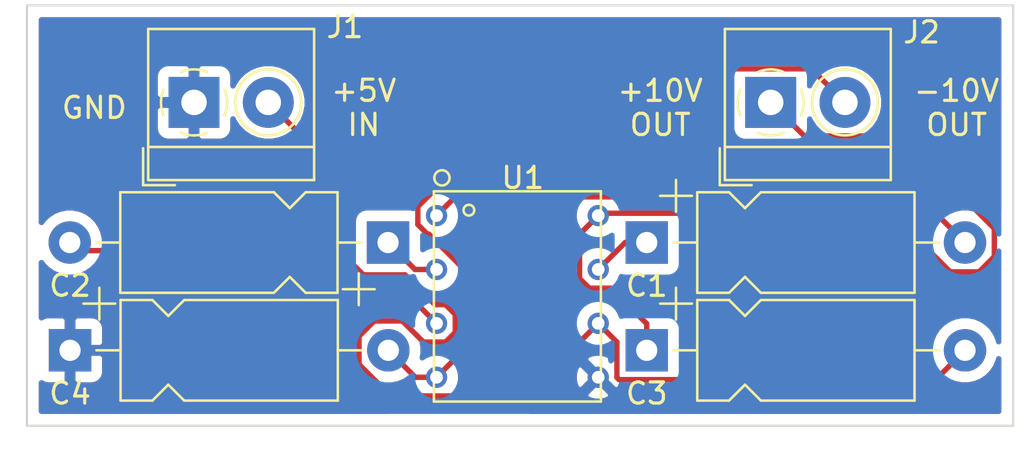
<source format=kicad_pcb>
(kicad_pcb (version 20171130) (host pcbnew "(5.1.8)-1")

  (general
    (thickness 1.6)
    (drawings 8)
    (tracks 60)
    (zones 0)
    (modules 7)
    (nets 9)
  )

  (page A4)
  (title_block
    (title "8.3 - +5V to +10/-10 V Voltage Converter")
    (date 2021-01-03)
    (comment 4 "Kaitlyn Wiseman")
  )

  (layers
    (0 F.Cu signal)
    (31 B.Cu signal)
    (32 B.Adhes user hide)
    (33 F.Adhes user hide)
    (34 B.Paste user)
    (35 F.Paste user)
    (36 B.SilkS user)
    (37 F.SilkS user)
    (38 B.Mask user)
    (39 F.Mask user)
    (40 Dwgs.User user hide)
    (41 Cmts.User user hide)
    (42 Eco1.User user hide)
    (43 Eco2.User user hide)
    (44 Edge.Cuts user)
    (45 Margin user hide)
    (46 B.CrtYd user)
    (47 F.CrtYd user)
    (48 B.Fab user)
    (49 F.Fab user hide)
  )

  (setup
    (last_trace_width 0.254)
    (trace_clearance 0.254)
    (zone_clearance 0.508)
    (zone_45_only no)
    (trace_min 0.254)
    (via_size 0.508)
    (via_drill 0.254)
    (via_min_size 0.508)
    (via_min_drill 0.254)
    (uvia_size 0.508)
    (uvia_drill 0.254)
    (uvias_allowed no)
    (uvia_min_size 0.254)
    (uvia_min_drill 0.254)
    (edge_width 0.05)
    (segment_width 0.2)
    (pcb_text_width 0.3)
    (pcb_text_size 1.5 1.5)
    (mod_edge_width 0.12)
    (mod_text_size 1 1)
    (mod_text_width 0.15)
    (pad_size 1.524 1.524)
    (pad_drill 0.762)
    (pad_to_mask_clearance 0)
    (aux_axis_origin 0 0)
    (visible_elements FFFFFF7F)
    (pcbplotparams
      (layerselection 0x010fc_ffffffff)
      (usegerberextensions false)
      (usegerberattributes true)
      (usegerberadvancedattributes true)
      (creategerberjobfile true)
      (excludeedgelayer true)
      (linewidth 0.100000)
      (plotframeref false)
      (viasonmask false)
      (mode 1)
      (useauxorigin false)
      (hpglpennumber 1)
      (hpglpenspeed 20)
      (hpglpendiameter 15.000000)
      (psnegative false)
      (psa4output false)
      (plotreference true)
      (plotvalue true)
      (plotinvisibletext false)
      (padsonsilk false)
      (subtractmaskfromsilk false)
      (outputformat 1)
      (mirror false)
      (drillshape 1)
      (scaleselection 1)
      (outputdirectory ""))
  )

  (net 0 "")
  (net 1 "Net-(C1-Pad1)")
  (net 2 "Net-(C1-Pad2)")
  (net 3 "Net-(C2-Pad2)")
  (net 4 "Net-(C2-Pad1)")
  (net 5 "Net-(C3-Pad2)")
  (net 6 "Net-(C3-Pad1)")
  (net 7 GND)
  (net 8 "Net-(C4-Pad2)")

  (net_class Default "This is the default net class."
    (clearance 0.254)
    (trace_width 0.254)
    (via_dia 0.508)
    (via_drill 0.254)
    (uvia_dia 0.508)
    (uvia_drill 0.254)
    (diff_pair_width 0.254)
    (diff_pair_gap 0.254)
    (add_net GND)
    (add_net "Net-(C1-Pad1)")
    (add_net "Net-(C1-Pad2)")
    (add_net "Net-(C2-Pad1)")
    (add_net "Net-(C2-Pad2)")
    (add_net "Net-(C3-Pad1)")
    (add_net "Net-(C3-Pad2)")
    (add_net "Net-(C4-Pad2)")
  )

  (module Capacitor_THT:CP_Axial_L10.0mm_D4.5mm_P15.00mm_Horizontal (layer F.Cu) (tedit 5AE50EF2) (tstamp 5FF2C082)
    (at 151.13 76.2)
    (descr "CP, Axial series, Axial, Horizontal, pin pitch=15mm, , length*diameter=10*4.5mm^2, Electrolytic Capacitor, , http://www.vishay.com/docs/28325/021asm.pdf")
    (tags "CP Axial series Axial Horizontal pin pitch 15mm  length 10mm diameter 4.5mm Electrolytic Capacitor")
    (path /5FF21EDC)
    (fp_text reference C1 (at 0 2.032) (layer F.SilkS)
      (effects (font (size 1 1) (thickness 0.15)))
    )
    (fp_text value 4.7uF (at 7.5 3.37) (layer F.Fab)
      (effects (font (size 1 1) (thickness 0.15)))
    )
    (fp_line (start 16.25 -2.5) (end -1.25 -2.5) (layer F.CrtYd) (width 0.05))
    (fp_line (start 16.25 2.5) (end 16.25 -2.5) (layer F.CrtYd) (width 0.05))
    (fp_line (start -1.25 2.5) (end 16.25 2.5) (layer F.CrtYd) (width 0.05))
    (fp_line (start -1.25 -2.5) (end -1.25 2.5) (layer F.CrtYd) (width 0.05))
    (fp_line (start 13.76 0) (end 12.62 0) (layer F.SilkS) (width 0.12))
    (fp_line (start 1.24 0) (end 2.38 0) (layer F.SilkS) (width 0.12))
    (fp_line (start 5.38 2.37) (end 12.62 2.37) (layer F.SilkS) (width 0.12))
    (fp_line (start 4.63 1.62) (end 5.38 2.37) (layer F.SilkS) (width 0.12))
    (fp_line (start 3.88 2.37) (end 4.63 1.62) (layer F.SilkS) (width 0.12))
    (fp_line (start 2.38 2.37) (end 3.88 2.37) (layer F.SilkS) (width 0.12))
    (fp_line (start 5.38 -2.37) (end 12.62 -2.37) (layer F.SilkS) (width 0.12))
    (fp_line (start 4.63 -1.62) (end 5.38 -2.37) (layer F.SilkS) (width 0.12))
    (fp_line (start 3.88 -2.37) (end 4.63 -1.62) (layer F.SilkS) (width 0.12))
    (fp_line (start 2.38 -2.37) (end 3.88 -2.37) (layer F.SilkS) (width 0.12))
    (fp_line (start 12.62 -2.37) (end 12.62 2.37) (layer F.SilkS) (width 0.12))
    (fp_line (start 2.38 -2.37) (end 2.38 2.37) (layer F.SilkS) (width 0.12))
    (fp_line (start 1.38 -2.95) (end 1.38 -1.45) (layer F.SilkS) (width 0.12))
    (fp_line (start 0.63 -2.2) (end 2.13 -2.2) (layer F.SilkS) (width 0.12))
    (fp_line (start 4.65 -0.75) (end 4.65 0.75) (layer F.Fab) (width 0.1))
    (fp_line (start 3.9 0) (end 5.4 0) (layer F.Fab) (width 0.1))
    (fp_line (start 15 0) (end 12.5 0) (layer F.Fab) (width 0.1))
    (fp_line (start 0 0) (end 2.5 0) (layer F.Fab) (width 0.1))
    (fp_line (start 5.38 2.25) (end 12.5 2.25) (layer F.Fab) (width 0.1))
    (fp_line (start 4.63 1.5) (end 5.38 2.25) (layer F.Fab) (width 0.1))
    (fp_line (start 3.88 2.25) (end 4.63 1.5) (layer F.Fab) (width 0.1))
    (fp_line (start 2.5 2.25) (end 3.88 2.25) (layer F.Fab) (width 0.1))
    (fp_line (start 5.38 -2.25) (end 12.5 -2.25) (layer F.Fab) (width 0.1))
    (fp_line (start 4.63 -1.5) (end 5.38 -2.25) (layer F.Fab) (width 0.1))
    (fp_line (start 3.88 -2.25) (end 4.63 -1.5) (layer F.Fab) (width 0.1))
    (fp_line (start 2.5 -2.25) (end 3.88 -2.25) (layer F.Fab) (width 0.1))
    (fp_line (start 12.5 -2.25) (end 12.5 2.25) (layer F.Fab) (width 0.1))
    (fp_line (start 2.5 -2.25) (end 2.5 2.25) (layer F.Fab) (width 0.1))
    (fp_text user %R (at 7.5 0) (layer F.Fab)
      (effects (font (size 1 1) (thickness 0.15)))
    )
    (pad 1 thru_hole rect (at 0 0) (size 2 2) (drill 1) (layers *.Cu *.Mask)
      (net 1 "Net-(C1-Pad1)"))
    (pad 2 thru_hole oval (at 15 0) (size 2 2) (drill 1) (layers *.Cu *.Mask)
      (net 2 "Net-(C1-Pad2)"))
    (model ${KISYS3DMOD}/Capacitor_THT.3dshapes/CP_Axial_L10.0mm_D4.5mm_P15.00mm_Horizontal.wrl
      (at (xyz 0 0 0))
      (scale (xyz 1 1 1))
      (rotate (xyz 0 0 0))
    )
  )

  (module Capacitor_THT:CP_Axial_L10.0mm_D4.5mm_P15.00mm_Horizontal (layer F.Cu) (tedit 5AE50EF2) (tstamp 5FF2C0A9)
    (at 138.938 76.2 180)
    (descr "CP, Axial series, Axial, Horizontal, pin pitch=15mm, , length*diameter=10*4.5mm^2, Electrolytic Capacitor, , http://www.vishay.com/docs/28325/021asm.pdf")
    (tags "CP Axial series Axial Horizontal pin pitch 15mm  length 10mm diameter 4.5mm Electrolytic Capacitor")
    (path /5FF22A76)
    (fp_text reference C2 (at 14.986 -2.032) (layer F.SilkS)
      (effects (font (size 1 1) (thickness 0.15)))
    )
    (fp_text value 4.7uF (at 7.5 3.37) (layer F.Fab)
      (effects (font (size 1 1) (thickness 0.15)))
    )
    (fp_text user %R (at 7.5 0) (layer F.Fab)
      (effects (font (size 1 1) (thickness 0.15)))
    )
    (fp_line (start 2.5 -2.25) (end 2.5 2.25) (layer F.Fab) (width 0.1))
    (fp_line (start 12.5 -2.25) (end 12.5 2.25) (layer F.Fab) (width 0.1))
    (fp_line (start 2.5 -2.25) (end 3.88 -2.25) (layer F.Fab) (width 0.1))
    (fp_line (start 3.88 -2.25) (end 4.63 -1.5) (layer F.Fab) (width 0.1))
    (fp_line (start 4.63 -1.5) (end 5.38 -2.25) (layer F.Fab) (width 0.1))
    (fp_line (start 5.38 -2.25) (end 12.5 -2.25) (layer F.Fab) (width 0.1))
    (fp_line (start 2.5 2.25) (end 3.88 2.25) (layer F.Fab) (width 0.1))
    (fp_line (start 3.88 2.25) (end 4.63 1.5) (layer F.Fab) (width 0.1))
    (fp_line (start 4.63 1.5) (end 5.38 2.25) (layer F.Fab) (width 0.1))
    (fp_line (start 5.38 2.25) (end 12.5 2.25) (layer F.Fab) (width 0.1))
    (fp_line (start 0 0) (end 2.5 0) (layer F.Fab) (width 0.1))
    (fp_line (start 15 0) (end 12.5 0) (layer F.Fab) (width 0.1))
    (fp_line (start 3.9 0) (end 5.4 0) (layer F.Fab) (width 0.1))
    (fp_line (start 4.65 -0.75) (end 4.65 0.75) (layer F.Fab) (width 0.1))
    (fp_line (start 0.63 -2.2) (end 2.13 -2.2) (layer F.SilkS) (width 0.12))
    (fp_line (start 1.38 -2.95) (end 1.38 -1.45) (layer F.SilkS) (width 0.12))
    (fp_line (start 2.38 -2.37) (end 2.38 2.37) (layer F.SilkS) (width 0.12))
    (fp_line (start 12.62 -2.37) (end 12.62 2.37) (layer F.SilkS) (width 0.12))
    (fp_line (start 2.38 -2.37) (end 3.88 -2.37) (layer F.SilkS) (width 0.12))
    (fp_line (start 3.88 -2.37) (end 4.63 -1.62) (layer F.SilkS) (width 0.12))
    (fp_line (start 4.63 -1.62) (end 5.38 -2.37) (layer F.SilkS) (width 0.12))
    (fp_line (start 5.38 -2.37) (end 12.62 -2.37) (layer F.SilkS) (width 0.12))
    (fp_line (start 2.38 2.37) (end 3.88 2.37) (layer F.SilkS) (width 0.12))
    (fp_line (start 3.88 2.37) (end 4.63 1.62) (layer F.SilkS) (width 0.12))
    (fp_line (start 4.63 1.62) (end 5.38 2.37) (layer F.SilkS) (width 0.12))
    (fp_line (start 5.38 2.37) (end 12.62 2.37) (layer F.SilkS) (width 0.12))
    (fp_line (start 1.24 0) (end 2.38 0) (layer F.SilkS) (width 0.12))
    (fp_line (start 13.76 0) (end 12.62 0) (layer F.SilkS) (width 0.12))
    (fp_line (start -1.25 -2.5) (end -1.25 2.5) (layer F.CrtYd) (width 0.05))
    (fp_line (start -1.25 2.5) (end 16.25 2.5) (layer F.CrtYd) (width 0.05))
    (fp_line (start 16.25 2.5) (end 16.25 -2.5) (layer F.CrtYd) (width 0.05))
    (fp_line (start 16.25 -2.5) (end -1.25 -2.5) (layer F.CrtYd) (width 0.05))
    (pad 2 thru_hole oval (at 15 0 180) (size 2 2) (drill 1) (layers *.Cu *.Mask)
      (net 3 "Net-(C2-Pad2)"))
    (pad 1 thru_hole rect (at 0 0 180) (size 2 2) (drill 1) (layers *.Cu *.Mask)
      (net 4 "Net-(C2-Pad1)"))
    (model ${KISYS3DMOD}/Capacitor_THT.3dshapes/CP_Axial_L10.0mm_D4.5mm_P15.00mm_Horizontal.wrl
      (at (xyz 0 0 0))
      (scale (xyz 1 1 1))
      (rotate (xyz 0 0 0))
    )
  )

  (module Capacitor_THT:CP_Axial_L10.0mm_D4.5mm_P15.00mm_Horizontal (layer F.Cu) (tedit 5AE50EF2) (tstamp 5FF2D1FE)
    (at 151.13 81.28)
    (descr "CP, Axial series, Axial, Horizontal, pin pitch=15mm, , length*diameter=10*4.5mm^2, Electrolytic Capacitor, , http://www.vishay.com/docs/28325/021asm.pdf")
    (tags "CP Axial series Axial Horizontal pin pitch 15mm  length 10mm diameter 4.5mm Electrolytic Capacitor")
    (path /5FF23200)
    (fp_text reference C3 (at 0 2.032) (layer F.SilkS)
      (effects (font (size 1 1) (thickness 0.15)))
    )
    (fp_text value 4.7uF (at 7.5 3.37) (layer F.Fab)
      (effects (font (size 1 1) (thickness 0.15)))
    )
    (fp_text user %R (at 7.5 0) (layer F.Fab)
      (effects (font (size 1 1) (thickness 0.15)))
    )
    (fp_line (start 2.5 -2.25) (end 2.5 2.25) (layer F.Fab) (width 0.1))
    (fp_line (start 12.5 -2.25) (end 12.5 2.25) (layer F.Fab) (width 0.1))
    (fp_line (start 2.5 -2.25) (end 3.88 -2.25) (layer F.Fab) (width 0.1))
    (fp_line (start 3.88 -2.25) (end 4.63 -1.5) (layer F.Fab) (width 0.1))
    (fp_line (start 4.63 -1.5) (end 5.38 -2.25) (layer F.Fab) (width 0.1))
    (fp_line (start 5.38 -2.25) (end 12.5 -2.25) (layer F.Fab) (width 0.1))
    (fp_line (start 2.5 2.25) (end 3.88 2.25) (layer F.Fab) (width 0.1))
    (fp_line (start 3.88 2.25) (end 4.63 1.5) (layer F.Fab) (width 0.1))
    (fp_line (start 4.63 1.5) (end 5.38 2.25) (layer F.Fab) (width 0.1))
    (fp_line (start 5.38 2.25) (end 12.5 2.25) (layer F.Fab) (width 0.1))
    (fp_line (start 0 0) (end 2.5 0) (layer F.Fab) (width 0.1))
    (fp_line (start 15 0) (end 12.5 0) (layer F.Fab) (width 0.1))
    (fp_line (start 3.9 0) (end 5.4 0) (layer F.Fab) (width 0.1))
    (fp_line (start 4.65 -0.75) (end 4.65 0.75) (layer F.Fab) (width 0.1))
    (fp_line (start 0.63 -2.2) (end 2.13 -2.2) (layer F.SilkS) (width 0.12))
    (fp_line (start 1.38 -2.95) (end 1.38 -1.45) (layer F.SilkS) (width 0.12))
    (fp_line (start 2.38 -2.37) (end 2.38 2.37) (layer F.SilkS) (width 0.12))
    (fp_line (start 12.62 -2.37) (end 12.62 2.37) (layer F.SilkS) (width 0.12))
    (fp_line (start 2.38 -2.37) (end 3.88 -2.37) (layer F.SilkS) (width 0.12))
    (fp_line (start 3.88 -2.37) (end 4.63 -1.62) (layer F.SilkS) (width 0.12))
    (fp_line (start 4.63 -1.62) (end 5.38 -2.37) (layer F.SilkS) (width 0.12))
    (fp_line (start 5.38 -2.37) (end 12.62 -2.37) (layer F.SilkS) (width 0.12))
    (fp_line (start 2.38 2.37) (end 3.88 2.37) (layer F.SilkS) (width 0.12))
    (fp_line (start 3.88 2.37) (end 4.63 1.62) (layer F.SilkS) (width 0.12))
    (fp_line (start 4.63 1.62) (end 5.38 2.37) (layer F.SilkS) (width 0.12))
    (fp_line (start 5.38 2.37) (end 12.62 2.37) (layer F.SilkS) (width 0.12))
    (fp_line (start 1.24 0) (end 2.38 0) (layer F.SilkS) (width 0.12))
    (fp_line (start 13.76 0) (end 12.62 0) (layer F.SilkS) (width 0.12))
    (fp_line (start -1.25 -2.5) (end -1.25 2.5) (layer F.CrtYd) (width 0.05))
    (fp_line (start -1.25 2.5) (end 16.25 2.5) (layer F.CrtYd) (width 0.05))
    (fp_line (start 16.25 2.5) (end 16.25 -2.5) (layer F.CrtYd) (width 0.05))
    (fp_line (start 16.25 -2.5) (end -1.25 -2.5) (layer F.CrtYd) (width 0.05))
    (pad 2 thru_hole oval (at 15 0) (size 2 2) (drill 1) (layers *.Cu *.Mask)
      (net 5 "Net-(C3-Pad2)"))
    (pad 1 thru_hole rect (at 0 0) (size 2 2) (drill 1) (layers *.Cu *.Mask)
      (net 6 "Net-(C3-Pad1)"))
    (model ${KISYS3DMOD}/Capacitor_THT.3dshapes/CP_Axial_L10.0mm_D4.5mm_P15.00mm_Horizontal.wrl
      (at (xyz 0 0 0))
      (scale (xyz 1 1 1))
      (rotate (xyz 0 0 0))
    )
  )

  (module Capacitor_THT:CP_Axial_L10.0mm_D4.5mm_P15.00mm_Horizontal (layer F.Cu) (tedit 5AE50EF2) (tstamp 5FF2D9BB)
    (at 123.952 81.28)
    (descr "CP, Axial series, Axial, Horizontal, pin pitch=15mm, , length*diameter=10*4.5mm^2, Electrolytic Capacitor, , http://www.vishay.com/docs/28325/021asm.pdf")
    (tags "CP Axial series Axial Horizontal pin pitch 15mm  length 10mm diameter 4.5mm Electrolytic Capacitor")
    (path /5FF22E1C)
    (fp_text reference C4 (at 0 2.032) (layer F.SilkS)
      (effects (font (size 1 1) (thickness 0.15)))
    )
    (fp_text value 4.7uF (at 7.5 3.37) (layer F.Fab)
      (effects (font (size 1 1) (thickness 0.15)))
    )
    (fp_line (start 16.25 -2.5) (end -1.25 -2.5) (layer F.CrtYd) (width 0.05))
    (fp_line (start 16.25 2.5) (end 16.25 -2.5) (layer F.CrtYd) (width 0.05))
    (fp_line (start -1.25 2.5) (end 16.25 2.5) (layer F.CrtYd) (width 0.05))
    (fp_line (start -1.25 -2.5) (end -1.25 2.5) (layer F.CrtYd) (width 0.05))
    (fp_line (start 13.76 0) (end 12.62 0) (layer F.SilkS) (width 0.12))
    (fp_line (start 1.24 0) (end 2.38 0) (layer F.SilkS) (width 0.12))
    (fp_line (start 5.38 2.37) (end 12.62 2.37) (layer F.SilkS) (width 0.12))
    (fp_line (start 4.63 1.62) (end 5.38 2.37) (layer F.SilkS) (width 0.12))
    (fp_line (start 3.88 2.37) (end 4.63 1.62) (layer F.SilkS) (width 0.12))
    (fp_line (start 2.38 2.37) (end 3.88 2.37) (layer F.SilkS) (width 0.12))
    (fp_line (start 5.38 -2.37) (end 12.62 -2.37) (layer F.SilkS) (width 0.12))
    (fp_line (start 4.63 -1.62) (end 5.38 -2.37) (layer F.SilkS) (width 0.12))
    (fp_line (start 3.88 -2.37) (end 4.63 -1.62) (layer F.SilkS) (width 0.12))
    (fp_line (start 2.38 -2.37) (end 3.88 -2.37) (layer F.SilkS) (width 0.12))
    (fp_line (start 12.62 -2.37) (end 12.62 2.37) (layer F.SilkS) (width 0.12))
    (fp_line (start 2.38 -2.37) (end 2.38 2.37) (layer F.SilkS) (width 0.12))
    (fp_line (start 1.38 -2.95) (end 1.38 -1.45) (layer F.SilkS) (width 0.12))
    (fp_line (start 0.63 -2.2) (end 2.13 -2.2) (layer F.SilkS) (width 0.12))
    (fp_line (start 4.65 -0.75) (end 4.65 0.75) (layer F.Fab) (width 0.1))
    (fp_line (start 3.9 0) (end 5.4 0) (layer F.Fab) (width 0.1))
    (fp_line (start 15 0) (end 12.5 0) (layer F.Fab) (width 0.1))
    (fp_line (start 0 0) (end 2.5 0) (layer F.Fab) (width 0.1))
    (fp_line (start 5.38 2.25) (end 12.5 2.25) (layer F.Fab) (width 0.1))
    (fp_line (start 4.63 1.5) (end 5.38 2.25) (layer F.Fab) (width 0.1))
    (fp_line (start 3.88 2.25) (end 4.63 1.5) (layer F.Fab) (width 0.1))
    (fp_line (start 2.5 2.25) (end 3.88 2.25) (layer F.Fab) (width 0.1))
    (fp_line (start 5.38 -2.25) (end 12.5 -2.25) (layer F.Fab) (width 0.1))
    (fp_line (start 4.63 -1.5) (end 5.38 -2.25) (layer F.Fab) (width 0.1))
    (fp_line (start 3.88 -2.25) (end 4.63 -1.5) (layer F.Fab) (width 0.1))
    (fp_line (start 2.5 -2.25) (end 3.88 -2.25) (layer F.Fab) (width 0.1))
    (fp_line (start 12.5 -2.25) (end 12.5 2.25) (layer F.Fab) (width 0.1))
    (fp_line (start 2.5 -2.25) (end 2.5 2.25) (layer F.Fab) (width 0.1))
    (fp_text user %R (at 7.5 0) (layer F.Fab)
      (effects (font (size 1 1) (thickness 0.15)))
    )
    (pad 1 thru_hole rect (at 0 0) (size 2 2) (drill 1) (layers *.Cu *.Mask)
      (net 7 GND))
    (pad 2 thru_hole oval (at 15 0) (size 2 2) (drill 1) (layers *.Cu *.Mask)
      (net 8 "Net-(C4-Pad2)"))
    (model ${KISYS3DMOD}/Capacitor_THT.3dshapes/CP_Axial_L10.0mm_D4.5mm_P15.00mm_Horizontal.wrl
      (at (xyz 0 0 0))
      (scale (xyz 1 1 1))
      (rotate (xyz 0 0 0))
    )
  )

  (module TerminalBlock_4Ucon:TerminalBlock_4Ucon_1x02_P3.50mm_Horizontal (layer F.Cu) (tedit 5B294E91) (tstamp 5FF2D11D)
    (at 129.794 69.596)
    (descr "Terminal Block 4Ucon ItemNo. 19963, 2 pins, pitch 3.5mm, size 7.7x7mm^2, drill diamater 1.2mm, pad diameter 2.4mm, see http://www.4uconnector.com/online/object/4udrawing/19963.pdf, script-generated using https://github.com/pointhi/kicad-footprint-generator/scripts/TerminalBlock_4Ucon")
    (tags "THT Terminal Block 4Ucon ItemNo. 19963 pitch 3.5mm size 7.7x7mm^2 drill 1.2mm pad 2.4mm")
    (path /5FF242CD)
    (fp_text reference J1 (at 7.112 -3.556) (layer F.SilkS)
      (effects (font (size 1 1) (thickness 0.15)))
    )
    (fp_text value Screw_Terminal_01x02 (at 1.75 4.66) (layer F.Fab)
      (effects (font (size 1 1) (thickness 0.15)))
    )
    (fp_line (start 6.1 -3.9) (end -2.6 -3.9) (layer F.CrtYd) (width 0.05))
    (fp_line (start 6.1 4.1) (end 6.1 -3.9) (layer F.CrtYd) (width 0.05))
    (fp_line (start -2.6 4.1) (end 6.1 4.1) (layer F.CrtYd) (width 0.05))
    (fp_line (start -2.6 -3.9) (end -2.6 4.1) (layer F.CrtYd) (width 0.05))
    (fp_line (start -2.4 3.9) (end -0.9 3.9) (layer F.SilkS) (width 0.12))
    (fp_line (start -2.4 2.16) (end -2.4 3.9) (layer F.SilkS) (width 0.12))
    (fp_line (start 2.4 0.069) (end 2.4 -0.069) (layer F.Fab) (width 0.1))
    (fp_line (start 3.431 0.069) (end 2.4 0.069) (layer F.Fab) (width 0.1))
    (fp_line (start 3.431 1.1) (end 3.431 0.069) (layer F.Fab) (width 0.1))
    (fp_line (start 3.569 1.1) (end 3.431 1.1) (layer F.Fab) (width 0.1))
    (fp_line (start 3.569 0.069) (end 3.569 1.1) (layer F.Fab) (width 0.1))
    (fp_line (start 4.6 0.069) (end 3.569 0.069) (layer F.Fab) (width 0.1))
    (fp_line (start 4.6 -0.069) (end 4.6 0.069) (layer F.Fab) (width 0.1))
    (fp_line (start 3.569 -0.069) (end 4.6 -0.069) (layer F.Fab) (width 0.1))
    (fp_line (start 3.569 -1.1) (end 3.569 -0.069) (layer F.Fab) (width 0.1))
    (fp_line (start 3.431 -1.1) (end 3.569 -1.1) (layer F.Fab) (width 0.1))
    (fp_line (start 3.431 -0.069) (end 3.431 -1.1) (layer F.Fab) (width 0.1))
    (fp_line (start 2.4 -0.069) (end 3.431 -0.069) (layer F.Fab) (width 0.1))
    (fp_line (start -1.1 0.069) (end -1.1 -0.069) (layer F.Fab) (width 0.1))
    (fp_line (start -0.069 0.069) (end -1.1 0.069) (layer F.Fab) (width 0.1))
    (fp_line (start -0.069 1.1) (end -0.069 0.069) (layer F.Fab) (width 0.1))
    (fp_line (start 0.069 1.1) (end -0.069 1.1) (layer F.Fab) (width 0.1))
    (fp_line (start 0.069 0.069) (end 0.069 1.1) (layer F.Fab) (width 0.1))
    (fp_line (start 1.1 0.069) (end 0.069 0.069) (layer F.Fab) (width 0.1))
    (fp_line (start 1.1 -0.069) (end 1.1 0.069) (layer F.Fab) (width 0.1))
    (fp_line (start 0.069 -0.069) (end 1.1 -0.069) (layer F.Fab) (width 0.1))
    (fp_line (start 0.069 -1.1) (end 0.069 -0.069) (layer F.Fab) (width 0.1))
    (fp_line (start -0.069 -1.1) (end 0.069 -1.1) (layer F.Fab) (width 0.1))
    (fp_line (start -0.069 -0.069) (end -0.069 -1.1) (layer F.Fab) (width 0.1))
    (fp_line (start -1.1 -0.069) (end -0.069 -0.069) (layer F.Fab) (width 0.1))
    (fp_line (start 5.66 -3.46) (end 5.66 3.66) (layer F.SilkS) (width 0.12))
    (fp_line (start -2.16 -3.46) (end -2.16 3.66) (layer F.SilkS) (width 0.12))
    (fp_line (start -2.16 3.66) (end 5.66 3.66) (layer F.SilkS) (width 0.12))
    (fp_line (start -2.16 -3.46) (end 5.66 -3.46) (layer F.SilkS) (width 0.12))
    (fp_line (start -2.16 2.1) (end 5.66 2.1) (layer F.SilkS) (width 0.12))
    (fp_line (start -2.1 2.1) (end 5.6 2.1) (layer F.Fab) (width 0.1))
    (fp_line (start -2.1 2.1) (end -2.1 -3.4) (layer F.Fab) (width 0.1))
    (fp_line (start -0.6 3.6) (end -2.1 2.1) (layer F.Fab) (width 0.1))
    (fp_line (start 5.6 3.6) (end -0.6 3.6) (layer F.Fab) (width 0.1))
    (fp_line (start 5.6 -3.4) (end 5.6 3.6) (layer F.Fab) (width 0.1))
    (fp_line (start -2.1 -3.4) (end 5.6 -3.4) (layer F.Fab) (width 0.1))
    (fp_circle (center 3.5 0) (end 5.055 0) (layer F.SilkS) (width 0.12))
    (fp_circle (center 3.5 0) (end 4.875 0) (layer F.Fab) (width 0.1))
    (fp_circle (center 0 0) (end 1.375 0) (layer F.Fab) (width 0.1))
    (fp_arc (start 0 0) (end 0 1.555) (angle -23) (layer F.SilkS) (width 0.12))
    (fp_arc (start 0 0) (end 1.432 0.608) (angle -46) (layer F.SilkS) (width 0.12))
    (fp_arc (start 0 0) (end 0.608 -1.432) (angle -46) (layer F.SilkS) (width 0.12))
    (fp_arc (start 0 0) (end -1.432 -0.608) (angle -46) (layer F.SilkS) (width 0.12))
    (fp_arc (start 0 0) (end -0.608 1.432) (angle -24) (layer F.SilkS) (width 0.12))
    (fp_text user %R (at 1.75 2.9) (layer F.Fab)
      (effects (font (size 1 1) (thickness 0.15)))
    )
    (pad 1 thru_hole rect (at 0 0) (size 2.4 2.4) (drill 1.2) (layers *.Cu *.Mask)
      (net 7 GND))
    (pad 2 thru_hole circle (at 3.5 0) (size 2.4 2.4) (drill 1.2) (layers *.Cu *.Mask)
      (net 5 "Net-(C3-Pad2)"))
    (model ${KISYS3DMOD}/TerminalBlock_4Ucon.3dshapes/TerminalBlock_4Ucon_1x02_P3.50mm_Horizontal.wrl
      (at (xyz 0 0 0))
      (scale (xyz 1 1 1))
      (rotate (xyz 0 0 0))
    )
  )

  (module TerminalBlock_4Ucon:TerminalBlock_4Ucon_1x02_P3.50mm_Horizontal (layer F.Cu) (tedit 5B294E91) (tstamp 5FF2DC9E)
    (at 156.972 69.596)
    (descr "Terminal Block 4Ucon ItemNo. 19963, 2 pins, pitch 3.5mm, size 7.7x7mm^2, drill diamater 1.2mm, pad diameter 2.4mm, see http://www.4uconnector.com/online/object/4udrawing/19963.pdf, script-generated using https://github.com/pointhi/kicad-footprint-generator/scripts/TerminalBlock_4Ucon")
    (tags "THT Terminal Block 4Ucon ItemNo. 19963 pitch 3.5mm size 7.7x7mm^2 drill 1.2mm pad 2.4mm")
    (path /5FF25103)
    (fp_text reference J2 (at 7.112 -3.302) (layer F.SilkS)
      (effects (font (size 1 1) (thickness 0.15)))
    )
    (fp_text value Screw_Terminal_01x02 (at 1.75 4.66) (layer F.Fab)
      (effects (font (size 1 1) (thickness 0.15)))
    )
    (fp_text user %R (at 1.75 2.9) (layer F.Fab)
      (effects (font (size 1 1) (thickness 0.15)))
    )
    (fp_arc (start 0 0) (end -0.608 1.432) (angle -24) (layer F.SilkS) (width 0.12))
    (fp_arc (start 0 0) (end -1.432 -0.608) (angle -46) (layer F.SilkS) (width 0.12))
    (fp_arc (start 0 0) (end 0.608 -1.432) (angle -46) (layer F.SilkS) (width 0.12))
    (fp_arc (start 0 0) (end 1.432 0.608) (angle -46) (layer F.SilkS) (width 0.12))
    (fp_arc (start 0 0) (end 0 1.555) (angle -23) (layer F.SilkS) (width 0.12))
    (fp_circle (center 0 0) (end 1.375 0) (layer F.Fab) (width 0.1))
    (fp_circle (center 3.5 0) (end 4.875 0) (layer F.Fab) (width 0.1))
    (fp_circle (center 3.5 0) (end 5.055 0) (layer F.SilkS) (width 0.12))
    (fp_line (start -2.1 -3.4) (end 5.6 -3.4) (layer F.Fab) (width 0.1))
    (fp_line (start 5.6 -3.4) (end 5.6 3.6) (layer F.Fab) (width 0.1))
    (fp_line (start 5.6 3.6) (end -0.6 3.6) (layer F.Fab) (width 0.1))
    (fp_line (start -0.6 3.6) (end -2.1 2.1) (layer F.Fab) (width 0.1))
    (fp_line (start -2.1 2.1) (end -2.1 -3.4) (layer F.Fab) (width 0.1))
    (fp_line (start -2.1 2.1) (end 5.6 2.1) (layer F.Fab) (width 0.1))
    (fp_line (start -2.16 2.1) (end 5.66 2.1) (layer F.SilkS) (width 0.12))
    (fp_line (start -2.16 -3.46) (end 5.66 -3.46) (layer F.SilkS) (width 0.12))
    (fp_line (start -2.16 3.66) (end 5.66 3.66) (layer F.SilkS) (width 0.12))
    (fp_line (start -2.16 -3.46) (end -2.16 3.66) (layer F.SilkS) (width 0.12))
    (fp_line (start 5.66 -3.46) (end 5.66 3.66) (layer F.SilkS) (width 0.12))
    (fp_line (start -1.1 -0.069) (end -0.069 -0.069) (layer F.Fab) (width 0.1))
    (fp_line (start -0.069 -0.069) (end -0.069 -1.1) (layer F.Fab) (width 0.1))
    (fp_line (start -0.069 -1.1) (end 0.069 -1.1) (layer F.Fab) (width 0.1))
    (fp_line (start 0.069 -1.1) (end 0.069 -0.069) (layer F.Fab) (width 0.1))
    (fp_line (start 0.069 -0.069) (end 1.1 -0.069) (layer F.Fab) (width 0.1))
    (fp_line (start 1.1 -0.069) (end 1.1 0.069) (layer F.Fab) (width 0.1))
    (fp_line (start 1.1 0.069) (end 0.069 0.069) (layer F.Fab) (width 0.1))
    (fp_line (start 0.069 0.069) (end 0.069 1.1) (layer F.Fab) (width 0.1))
    (fp_line (start 0.069 1.1) (end -0.069 1.1) (layer F.Fab) (width 0.1))
    (fp_line (start -0.069 1.1) (end -0.069 0.069) (layer F.Fab) (width 0.1))
    (fp_line (start -0.069 0.069) (end -1.1 0.069) (layer F.Fab) (width 0.1))
    (fp_line (start -1.1 0.069) (end -1.1 -0.069) (layer F.Fab) (width 0.1))
    (fp_line (start 2.4 -0.069) (end 3.431 -0.069) (layer F.Fab) (width 0.1))
    (fp_line (start 3.431 -0.069) (end 3.431 -1.1) (layer F.Fab) (width 0.1))
    (fp_line (start 3.431 -1.1) (end 3.569 -1.1) (layer F.Fab) (width 0.1))
    (fp_line (start 3.569 -1.1) (end 3.569 -0.069) (layer F.Fab) (width 0.1))
    (fp_line (start 3.569 -0.069) (end 4.6 -0.069) (layer F.Fab) (width 0.1))
    (fp_line (start 4.6 -0.069) (end 4.6 0.069) (layer F.Fab) (width 0.1))
    (fp_line (start 4.6 0.069) (end 3.569 0.069) (layer F.Fab) (width 0.1))
    (fp_line (start 3.569 0.069) (end 3.569 1.1) (layer F.Fab) (width 0.1))
    (fp_line (start 3.569 1.1) (end 3.431 1.1) (layer F.Fab) (width 0.1))
    (fp_line (start 3.431 1.1) (end 3.431 0.069) (layer F.Fab) (width 0.1))
    (fp_line (start 3.431 0.069) (end 2.4 0.069) (layer F.Fab) (width 0.1))
    (fp_line (start 2.4 0.069) (end 2.4 -0.069) (layer F.Fab) (width 0.1))
    (fp_line (start -2.4 2.16) (end -2.4 3.9) (layer F.SilkS) (width 0.12))
    (fp_line (start -2.4 3.9) (end -0.9 3.9) (layer F.SilkS) (width 0.12))
    (fp_line (start -2.6 -3.9) (end -2.6 4.1) (layer F.CrtYd) (width 0.05))
    (fp_line (start -2.6 4.1) (end 6.1 4.1) (layer F.CrtYd) (width 0.05))
    (fp_line (start 6.1 4.1) (end 6.1 -3.9) (layer F.CrtYd) (width 0.05))
    (fp_line (start 6.1 -3.9) (end -2.6 -3.9) (layer F.CrtYd) (width 0.05))
    (pad 2 thru_hole circle (at 3.5 0) (size 2.4 2.4) (drill 1.2) (layers *.Cu *.Mask)
      (net 8 "Net-(C4-Pad2)"))
    (pad 1 thru_hole rect (at 0 0) (size 2.4 2.4) (drill 1.2) (layers *.Cu *.Mask)
      (net 6 "Net-(C3-Pad1)"))
    (model ${KISYS3DMOD}/TerminalBlock_4Ucon.3dshapes/TerminalBlock_4Ucon_1x02_P3.50mm_Horizontal.wrl
      (at (xyz 0 0 0))
      (scale (xyz 1 1 1))
      (rotate (xyz 0 0 0))
    )
  )

  (module MAX630:MAX630CPA+_8-pin_CDIP (layer F.Cu) (tedit 5FECF6CA) (tstamp 5FF2C179)
    (at 145.034 78.74 270)
    (path /5FF21586)
    (fp_text reference U1 (at -5.588 -0.254) (layer F.SilkS)
      (effects (font (size 1 1) (thickness 0.15)))
    )
    (fp_text value MAX680 (at 0 -5.842 90) (layer F.Fab)
      (effects (font (size 1 1) (thickness 0.15)))
    )
    (fp_circle (center -5.588 3.556) (end -5.334 3.302) (layer F.SilkS) (width 0.12))
    (fp_circle (center -4.064 2.286) (end -3.81 2.286) (layer F.SilkS) (width 0.12))
    (fp_line (start -4.955 -3.935) (end -4.955 3.935) (layer F.SilkS) (width 0.12))
    (fp_line (start -4.955 -3.935) (end 4.955 -3.935) (layer F.SilkS) (width 0.12))
    (fp_line (start 4.955 -3.935) (end 4.955 3.935) (layer F.SilkS) (width 0.12))
    (fp_line (start -4.955 3.935) (end 4.955 3.935) (layer F.SilkS) (width 0.12))
    (pad 1 thru_hole circle (at -3.81 3.81 270) (size 1 1) (drill 0.6) (layers *.Cu *.Mask)
      (net 2 "Net-(C1-Pad2)"))
    (pad 2 thru_hole circle (at -1.27 3.81 270) (size 1 1) (drill 0.6) (layers *.Cu *.Mask)
      (net 4 "Net-(C2-Pad1)"))
    (pad 3 thru_hole circle (at 1.27 3.81 270) (size 1 1) (drill 0.6) (layers *.Cu *.Mask)
      (net 3 "Net-(C2-Pad2)"))
    (pad 4 thru_hole circle (at 3.81 3.81 270) (size 1 1) (drill 0.6) (layers *.Cu *.Mask)
      (net 8 "Net-(C4-Pad2)"))
    (pad 5 thru_hole circle (at 3.81 -3.81 270) (size 1 1) (drill 0.6) (layers *.Cu *.Mask)
      (net 7 GND))
    (pad 6 thru_hole circle (at 1.27 -3.81 270) (size 1 1) (drill 0.6) (layers *.Cu *.Mask)
      (net 5 "Net-(C3-Pad2)"))
    (pad 7 thru_hole circle (at -1.27 -3.81 270) (size 1 1) (drill 0.6) (layers *.Cu *.Mask)
      (net 1 "Net-(C1-Pad1)"))
    (pad 8 thru_hole circle (at -3.81 -3.81 270) (size 1 1) (drill 0.6) (layers *.Cu *.Mask)
      (net 6 "Net-(C3-Pad1)"))
  )

  (gr_text "+5V\nIN\n" (at 137.795 69.85) (layer F.SilkS)
    (effects (font (size 1 1) (thickness 0.15)))
  )
  (gr_text GND (at 125.095 69.85) (layer F.SilkS)
    (effects (font (size 1 1) (thickness 0.15)))
  )
  (gr_text "+10V\nOUT" (at 151.765 69.85) (layer F.SilkS)
    (effects (font (size 1 1) (thickness 0.15)))
  )
  (gr_text "-10V\nOUT" (at 165.735 69.85) (layer F.SilkS)
    (effects (font (size 1 1) (thickness 0.15)))
  )
  (gr_line (start 168.402 65.024) (end 168.402 84.836) (layer Edge.Cuts) (width 0.1))
  (gr_line (start 121.92 65.024) (end 168.402 65.024) (layer Edge.Cuts) (width 0.1))
  (gr_line (start 121.92 84.836) (end 121.92 65.024) (layer Edge.Cuts) (width 0.1))
  (gr_line (start 168.402 84.836) (end 121.92 84.836) (layer Edge.Cuts) (width 0.1))

  (segment (start 150.114 76.2) (end 148.844 77.47) (width 0.254) (layer F.Cu) (net 1))
  (segment (start 151.13 76.2) (end 150.114 76.2) (width 0.254) (layer F.Cu) (net 1))
  (segment (start 163.978999 74.048999) (end 166.13 76.2) (width 0.254) (layer F.Cu) (net 2))
  (segment (start 142.105001 74.048999) (end 163.978999 74.048999) (width 0.254) (layer F.Cu) (net 2))
  (segment (start 141.224 74.93) (end 142.105001 74.048999) (width 0.254) (layer F.Cu) (net 2))
  (segment (start 140.462 79.248) (end 141.224 80.01) (width 0.254) (layer F.Cu) (net 3))
  (segment (start 138.581764 79.248) (end 140.462 79.248) (width 0.254) (layer F.Cu) (net 3))
  (segment (start 135.915883 76.582119) (end 138.581764 79.248) (width 0.254) (layer F.Cu) (net 3))
  (segment (start 124.320119 76.582119) (end 123.938 76.2) (width 0.254) (layer F.Cu) (net 3))
  (segment (start 135.915883 76.582119) (end 124.320119 76.582119) (width 0.254) (layer F.Cu) (net 3))
  (segment (start 140.208 77.47) (end 138.938 76.2) (width 0.254) (layer F.Cu) (net 4))
  (segment (start 141.224 77.47) (end 140.208 77.47) (width 0.254) (layer F.Cu) (net 4))
  (segment (start 149.725001 82.560803) (end 149.725001 80.891001) (width 0.254) (layer F.Cu) (net 5))
  (segment (start 149.725001 80.891001) (end 148.844 80.01) (width 0.254) (layer F.Cu) (net 5))
  (segment (start 149.825199 82.661001) (end 149.725001 82.560803) (width 0.254) (layer F.Cu) (net 5))
  (segment (start 164.748999 82.661001) (end 149.825199 82.661001) (width 0.254) (layer F.Cu) (net 5))
  (segment (start 166.13 81.28) (end 164.748999 82.661001) (width 0.254) (layer F.Cu) (net 5))
  (segment (start 145.422999 83.431001) (end 148.844 80.01) (width 0.254) (layer F.Cu) (net 5))
  (segment (start 137.570999 80.617119) (end 137.570999 81.942881) (width 0.254) (layer F.Cu) (net 5))
  (segment (start 133.294 69.596) (end 136.423892 72.725892) (width 0.254) (layer F.Cu) (net 5))
  (segment (start 138.289119 79.898999) (end 137.570999 80.617119) (width 0.254) (layer F.Cu) (net 5))
  (segment (start 136.423892 72.725892) (end 136.423892 76.371694) (width 0.254) (layer F.Cu) (net 5))
  (segment (start 136.423892 76.371694) (end 137.776198 77.724) (width 0.254) (layer F.Cu) (net 5))
  (segment (start 139.743566 77.724) (end 141.148565 79.128999) (width 0.254) (layer F.Cu) (net 5))
  (segment (start 141.148565 79.128999) (end 141.646881 79.128999) (width 0.254) (layer F.Cu) (net 5))
  (segment (start 137.570999 81.942881) (end 139.059119 83.431001) (width 0.254) (layer F.Cu) (net 5))
  (segment (start 141.646881 79.128999) (end 142.105001 79.587119) (width 0.254) (layer F.Cu) (net 5))
  (segment (start 142.105001 79.587119) (end 142.105001 80.432881) (width 0.254) (layer F.Cu) (net 5))
  (segment (start 137.776198 77.724) (end 139.743566 77.724) (width 0.254) (layer F.Cu) (net 5))
  (segment (start 140.606883 80.891001) (end 139.614881 79.898999) (width 0.254) (layer F.Cu) (net 5))
  (segment (start 139.059119 83.431001) (end 145.422999 83.431001) (width 0.254) (layer F.Cu) (net 5))
  (segment (start 142.105001 80.432881) (end 141.646881 80.891001) (width 0.254) (layer F.Cu) (net 5))
  (segment (start 141.646881 80.891001) (end 140.606883 80.891001) (width 0.254) (layer F.Cu) (net 5))
  (segment (start 139.614881 79.898999) (end 138.289119 79.898999) (width 0.254) (layer F.Cu) (net 5))
  (segment (start 147.962999 77.892881) (end 147.962999 75.811001) (width 0.254) (layer F.Cu) (net 6))
  (segment (start 147.962999 75.811001) (end 148.844 74.93) (width 0.254) (layer F.Cu) (net 6))
  (segment (start 148.421119 78.351001) (end 147.962999 77.892881) (width 0.254) (layer F.Cu) (net 6))
  (segment (start 149.455001 78.351001) (end 148.421119 78.351001) (width 0.254) (layer F.Cu) (net 6))
  (segment (start 151.13 80.026) (end 149.455001 78.351001) (width 0.254) (layer F.Cu) (net 6))
  (segment (start 151.13 81.28) (end 151.13 80.026) (width 0.254) (layer F.Cu) (net 6))
  (segment (start 163.150883 71.177001) (end 158.553001 71.177001) (width 0.254) (layer F.Cu) (net 6))
  (segment (start 167.511001 75.537119) (end 163.150883 71.177001) (width 0.254) (layer F.Cu) (net 6))
  (segment (start 158.553001 71.177001) (end 156.972 69.596) (width 0.254) (layer F.Cu) (net 6))
  (segment (start 166.792881 77.581001) (end 167.511001 76.862881) (width 0.254) (layer F.Cu) (net 6))
  (segment (start 165.433003 77.581001) (end 166.792881 77.581001) (width 0.254) (layer F.Cu) (net 6))
  (segment (start 167.511001 76.862881) (end 167.511001 75.537119) (width 0.254) (layer F.Cu) (net 6))
  (segment (start 162.671001 74.818999) (end 165.433003 77.581001) (width 0.254) (layer F.Cu) (net 6))
  (segment (start 148.955001 74.818999) (end 162.671001 74.818999) (width 0.254) (layer F.Cu) (net 6) (tstamp 5FF2DB3A))
  (segment (start 148.844 74.93) (end 148.955001 74.818999) (width 0.254) (layer F.Cu) (net 6))
  (segment (start 140.222 82.55) (end 141.224 82.55) (width 0.254) (layer F.Cu) (net 8))
  (segment (start 138.952 81.28) (end 140.222 82.55) (width 0.254) (layer F.Cu) (net 8))
  (segment (start 140.342999 74.507119) (end 146.835119 68.014999) (width 0.254) (layer F.Cu) (net 8))
  (segment (start 158.890999 68.014999) (end 160.472 69.596) (width 0.254) (layer F.Cu) (net 8))
  (segment (start 140.801119 75.811001) (end 140.342999 75.352881) (width 0.254) (layer F.Cu) (net 8))
  (segment (start 140.868883 75.811001) (end 140.801119 75.811001) (width 0.254) (layer F.Cu) (net 8))
  (segment (start 142.613011 77.555129) (end 140.868883 75.811001) (width 0.254) (layer F.Cu) (net 8))
  (segment (start 146.835119 68.014999) (end 158.890999 68.014999) (width 0.254) (layer F.Cu) (net 8))
  (segment (start 142.613011 81.160989) (end 142.613011 77.555129) (width 0.254) (layer F.Cu) (net 8))
  (segment (start 140.342999 75.352881) (end 140.342999 74.507119) (width 0.254) (layer F.Cu) (net 8))
  (segment (start 141.224 82.55) (end 142.613011 81.160989) (width 0.254) (layer F.Cu) (net 8))

  (zone (net 7) (net_name GND) (layer F.Cu) (tstamp 5FF2DD8B) (hatch edge 0.508)
    (connect_pads (clearance 0.508))
    (min_thickness 0.254)
    (fill yes (arc_segments 32) (thermal_gap 0.508) (thermal_bridge_width 0.508))
    (polygon
      (pts
        (xy 168.91 86.36) (xy 120.65 86.36) (xy 120.65 64.77) (xy 168.91 64.77)
      )
    )
    (filled_polygon
      (pts
        (xy 122.668013 77.242252) (xy 122.895748 77.469987) (xy 123.163537 77.648918) (xy 123.461088 77.772168) (xy 123.776967 77.835)
        (xy 124.099033 77.835) (xy 124.414912 77.772168) (xy 124.712463 77.648918) (xy 124.980252 77.469987) (xy 125.10612 77.344119)
        (xy 135.600253 77.344119) (xy 137.68331 79.427177) (xy 137.058652 80.051836) (xy 137.029577 80.075697) (xy 136.991752 80.121788)
        (xy 136.934354 80.191727) (xy 136.91723 80.223764) (xy 136.863597 80.324105) (xy 136.820025 80.467742) (xy 136.812158 80.547624)
        (xy 136.805313 80.617119) (xy 136.808999 80.654543) (xy 136.809 81.905448) (xy 136.805313 81.942881) (xy 136.820026 82.092259)
        (xy 136.863598 82.235896) (xy 136.934354 82.368273) (xy 136.991752 82.438212) (xy 137.029578 82.484303) (xy 137.058648 82.50816)
        (xy 138.49384 83.943353) (xy 138.517697 83.972423) (xy 138.633727 84.067646) (xy 138.766104 84.138403) (xy 138.807631 84.151)
        (xy 122.605 84.151) (xy 122.605 82.814543) (xy 122.70782 82.869502) (xy 122.827518 82.905812) (xy 122.952 82.918072)
        (xy 123.66625 82.915) (xy 123.825 82.75625) (xy 123.825 81.407) (xy 124.079 81.407) (xy 124.079 82.75625)
        (xy 124.23775 82.915) (xy 124.952 82.918072) (xy 125.076482 82.905812) (xy 125.19618 82.869502) (xy 125.306494 82.810537)
        (xy 125.403185 82.731185) (xy 125.482537 82.634494) (xy 125.541502 82.52418) (xy 125.577812 82.404482) (xy 125.590072 82.28)
        (xy 125.587 81.56575) (xy 125.42825 81.407) (xy 124.079 81.407) (xy 123.825 81.407) (xy 123.805 81.407)
        (xy 123.805 81.153) (xy 123.825 81.153) (xy 123.825 79.80375) (xy 124.079 79.80375) (xy 124.079 81.153)
        (xy 125.42825 81.153) (xy 125.587 80.99425) (xy 125.590072 80.28) (xy 125.577812 80.155518) (xy 125.541502 80.03582)
        (xy 125.482537 79.925506) (xy 125.403185 79.828815) (xy 125.306494 79.749463) (xy 125.19618 79.690498) (xy 125.076482 79.654188)
        (xy 124.952 79.641928) (xy 124.23775 79.645) (xy 124.079 79.80375) (xy 123.825 79.80375) (xy 123.66625 79.645)
        (xy 122.952 79.641928) (xy 122.827518 79.654188) (xy 122.70782 79.690498) (xy 122.605 79.745457) (xy 122.605 77.147946)
      )
    )
    (filled_polygon
      (pts
        (xy 167.717001 84.151) (xy 145.674487 84.151) (xy 145.716014 84.138403) (xy 145.848391 84.067646) (xy 145.964421 83.972423)
        (xy 145.988283 83.943347) (xy 147.778159 82.153472) (xy 147.761542 82.190826) (xy 147.712269 82.408905) (xy 147.706489 82.632406)
        (xy 147.744423 82.85274) (xy 147.824613 83.06144) (xy 147.852412 83.11345) (xy 148.065834 83.148561) (xy 148.664395 82.55)
        (xy 148.650253 82.535858) (xy 148.829858 82.356253) (xy 148.844 82.370395) (xy 148.858143 82.356253) (xy 148.963001 82.461111)
        (xy 148.963001 82.523379) (xy 148.959315 82.560803) (xy 148.963001 82.598226) (xy 148.963001 82.598228) (xy 148.966647 82.635243)
        (xy 148.858143 82.743748) (xy 148.844 82.729605) (xy 148.245439 83.328166) (xy 148.28055 83.541588) (xy 148.484826 83.632458)
        (xy 148.702905 83.681731) (xy 148.926406 83.687511) (xy 149.14674 83.649577) (xy 149.35544 83.569387) (xy 149.40745 83.541588)
        (xy 149.442561 83.328169) (xy 149.560211 83.445819) (xy 149.613086 83.392944) (xy 149.675821 83.411975) (xy 149.787773 83.423001)
        (xy 149.787775 83.423001) (xy 149.825198 83.426687) (xy 149.862621 83.423001) (xy 164.711576 83.423001) (xy 164.748999 83.426687)
        (xy 164.786422 83.423001) (xy 164.786425 83.423001) (xy 164.898377 83.411975) (xy 165.042014 83.368403) (xy 165.174391 83.297646)
        (xy 165.290421 83.202423) (xy 165.314283 83.173347) (xy 165.640625 82.847006) (xy 165.653088 82.852168) (xy 165.968967 82.915)
        (xy 166.291033 82.915) (xy 166.606912 82.852168) (xy 166.904463 82.728918) (xy 167.172252 82.549987) (xy 167.399987 82.322252)
        (xy 167.578918 82.054463) (xy 167.702168 81.756912) (xy 167.717001 81.682342)
      )
    )
    (filled_polygon
      (pts
        (xy 167.717 74.665488) (xy 163.716167 70.664655) (xy 163.692305 70.635579) (xy 163.576275 70.540356) (xy 163.443898 70.469599)
        (xy 163.300261 70.426027) (xy 163.188309 70.415001) (xy 163.188306 70.415001) (xy 163.150883 70.411315) (xy 163.11346 70.415001)
        (xy 162.118949 70.415001) (xy 162.236482 70.13125) (xy 162.307 69.776732) (xy 162.307 69.415268) (xy 162.236482 69.06075)
        (xy 162.098156 68.726801) (xy 161.897338 68.426256) (xy 161.641744 68.170662) (xy 161.341199 67.969844) (xy 161.00725 67.831518)
        (xy 160.652732 67.761) (xy 160.291268 67.761) (xy 159.93675 67.831518) (xy 159.829551 67.875921) (xy 159.456283 67.502653)
        (xy 159.432421 67.473577) (xy 159.316391 67.378354) (xy 159.184014 67.307597) (xy 159.040377 67.264025) (xy 158.928425 67.252999)
        (xy 158.928422 67.252999) (xy 158.890999 67.249313) (xy 158.853576 67.252999) (xy 146.872541 67.252999) (xy 146.835118 67.249313)
        (xy 146.797695 67.252999) (xy 146.797693 67.252999) (xy 146.685741 67.264025) (xy 146.542104 67.307597) (xy 146.409727 67.378354)
        (xy 146.293697 67.473577) (xy 146.26984 67.502647) (xy 139.830648 73.94184) (xy 139.801578 73.965697) (xy 139.777721 73.994767)
        (xy 139.77772 73.994768) (xy 139.706354 74.081727) (xy 139.652568 74.182355) (xy 139.635598 74.214104) (xy 139.592026 74.357741)
        (xy 139.591339 74.364721) (xy 139.577313 74.507119) (xy 139.580999 74.544542) (xy 139.580999 74.561928) (xy 137.938 74.561928)
        (xy 137.813518 74.574188) (xy 137.69382 74.610498) (xy 137.583506 74.669463) (xy 137.486815 74.748815) (xy 137.407463 74.845506)
        (xy 137.348498 74.95582) (xy 137.312188 75.075518) (xy 137.299928 75.2) (xy 137.299928 76.1701) (xy 137.185892 76.056064)
        (xy 137.185892 72.763315) (xy 137.189578 72.725892) (xy 137.185892 72.688466) (xy 137.174866 72.576514) (xy 137.131294 72.432877)
        (xy 137.060538 72.300501) (xy 137.060537 72.300499) (xy 137.025749 72.258111) (xy 136.965314 72.18447) (xy 136.936239 72.160609)
        (xy 135.014079 70.238449) (xy 135.058482 70.13125) (xy 135.129 69.776732) (xy 135.129 69.415268) (xy 135.058482 69.06075)
        (xy 134.920156 68.726801) (xy 134.719338 68.426256) (xy 134.463744 68.170662) (xy 134.163199 67.969844) (xy 133.82925 67.831518)
        (xy 133.474732 67.761) (xy 133.113268 67.761) (xy 132.75875 67.831518) (xy 132.424801 67.969844) (xy 132.124256 68.170662)
        (xy 131.868662 68.426256) (xy 131.667844 68.726801) (xy 131.630659 68.816574) (xy 131.632072 68.396) (xy 131.619812 68.271518)
        (xy 131.583502 68.15182) (xy 131.524537 68.041506) (xy 131.445185 67.944815) (xy 131.348494 67.865463) (xy 131.23818 67.806498)
        (xy 131.118482 67.770188) (xy 130.994 67.757928) (xy 130.07975 67.761) (xy 129.921 67.91975) (xy 129.921 69.469)
        (xy 129.941 69.469) (xy 129.941 69.723) (xy 129.921 69.723) (xy 129.921 71.27225) (xy 130.07975 71.431)
        (xy 130.994 71.434072) (xy 131.118482 71.421812) (xy 131.23818 71.385502) (xy 131.348494 71.326537) (xy 131.445185 71.247185)
        (xy 131.524537 71.150494) (xy 131.583502 71.04018) (xy 131.619812 70.920482) (xy 131.632072 70.796) (xy 131.630659 70.375426)
        (xy 131.667844 70.465199) (xy 131.868662 70.765744) (xy 132.124256 71.021338) (xy 132.424801 71.222156) (xy 132.75875 71.360482)
        (xy 133.113268 71.431) (xy 133.474732 71.431) (xy 133.82925 71.360482) (xy 133.936449 71.316079) (xy 135.661892 73.041522)
        (xy 135.661893 75.820119) (xy 125.529469 75.820119) (xy 125.510168 75.723088) (xy 125.386918 75.425537) (xy 125.207987 75.157748)
        (xy 124.980252 74.930013) (xy 124.712463 74.751082) (xy 124.414912 74.627832) (xy 124.099033 74.565) (xy 123.776967 74.565)
        (xy 123.461088 74.627832) (xy 123.163537 74.751082) (xy 122.895748 74.930013) (xy 122.668013 75.157748) (xy 122.605 75.252054)
        (xy 122.605 70.796) (xy 127.955928 70.796) (xy 127.968188 70.920482) (xy 128.004498 71.04018) (xy 128.063463 71.150494)
        (xy 128.142815 71.247185) (xy 128.239506 71.326537) (xy 128.34982 71.385502) (xy 128.469518 71.421812) (xy 128.594 71.434072)
        (xy 129.50825 71.431) (xy 129.667 71.27225) (xy 129.667 69.723) (xy 128.11775 69.723) (xy 127.959 69.88175)
        (xy 127.955928 70.796) (xy 122.605 70.796) (xy 122.605 68.396) (xy 127.955928 68.396) (xy 127.959 69.31025)
        (xy 128.11775 69.469) (xy 129.667 69.469) (xy 129.667 67.91975) (xy 129.50825 67.761) (xy 128.594 67.757928)
        (xy 128.469518 67.770188) (xy 128.34982 67.806498) (xy 128.239506 67.865463) (xy 128.142815 67.944815) (xy 128.063463 68.041506)
        (xy 128.004498 68.15182) (xy 127.968188 68.271518) (xy 127.955928 68.396) (xy 122.605 68.396) (xy 122.605 65.709)
        (xy 167.717 65.709)
      )
    )
  )
  (zone (net 7) (net_name GND) (layer B.Cu) (tstamp 5FF2DD88) (hatch edge 0.508)
    (connect_pads (clearance 0.508))
    (min_thickness 0.254)
    (fill yes (arc_segments 32) (thermal_gap 0.508) (thermal_bridge_width 0.508))
    (polygon
      (pts
        (xy 168.91 86.36) (xy 120.65 86.36) (xy 120.65 64.77) (xy 168.91 64.77)
      )
    )
    (filled_polygon
      (pts
        (xy 167.717001 75.797657) (xy 167.702168 75.723088) (xy 167.578918 75.425537) (xy 167.399987 75.157748) (xy 167.172252 74.930013)
        (xy 166.904463 74.751082) (xy 166.606912 74.627832) (xy 166.291033 74.565) (xy 165.968967 74.565) (xy 165.653088 74.627832)
        (xy 165.355537 74.751082) (xy 165.087748 74.930013) (xy 164.860013 75.157748) (xy 164.681082 75.425537) (xy 164.557832 75.723088)
        (xy 164.495 76.038967) (xy 164.495 76.361033) (xy 164.557832 76.676912) (xy 164.681082 76.974463) (xy 164.860013 77.242252)
        (xy 165.087748 77.469987) (xy 165.355537 77.648918) (xy 165.653088 77.772168) (xy 165.968967 77.835) (xy 166.291033 77.835)
        (xy 166.606912 77.772168) (xy 166.904463 77.648918) (xy 167.172252 77.469987) (xy 167.399987 77.242252) (xy 167.578918 76.974463)
        (xy 167.702168 76.676912) (xy 167.717001 76.602343) (xy 167.717001 80.877658) (xy 167.702168 80.803088) (xy 167.578918 80.505537)
        (xy 167.399987 80.237748) (xy 167.172252 80.010013) (xy 166.904463 79.831082) (xy 166.606912 79.707832) (xy 166.291033 79.645)
        (xy 165.968967 79.645) (xy 165.653088 79.707832) (xy 165.355537 79.831082) (xy 165.087748 80.010013) (xy 164.860013 80.237748)
        (xy 164.681082 80.505537) (xy 164.557832 80.803088) (xy 164.495 81.118967) (xy 164.495 81.441033) (xy 164.557832 81.756912)
        (xy 164.681082 82.054463) (xy 164.860013 82.322252) (xy 165.087748 82.549987) (xy 165.355537 82.728918) (xy 165.653088 82.852168)
        (xy 165.968967 82.915) (xy 166.291033 82.915) (xy 166.606912 82.852168) (xy 166.904463 82.728918) (xy 167.172252 82.549987)
        (xy 167.399987 82.322252) (xy 167.578918 82.054463) (xy 167.702168 81.756912) (xy 167.717001 81.682342) (xy 167.717001 84.151)
        (xy 122.605 84.151) (xy 122.605 82.814543) (xy 122.70782 82.869502) (xy 122.827518 82.905812) (xy 122.952 82.918072)
        (xy 123.66625 82.915) (xy 123.825 82.75625) (xy 123.825 81.407) (xy 124.079 81.407) (xy 124.079 82.75625)
        (xy 124.23775 82.915) (xy 124.952 82.918072) (xy 125.076482 82.905812) (xy 125.19618 82.869502) (xy 125.306494 82.810537)
        (xy 125.403185 82.731185) (xy 125.482537 82.634494) (xy 125.541502 82.52418) (xy 125.577812 82.404482) (xy 125.590072 82.28)
        (xy 125.587 81.56575) (xy 125.42825 81.407) (xy 124.079 81.407) (xy 123.825 81.407) (xy 123.805 81.407)
        (xy 123.805 81.153) (xy 123.825 81.153) (xy 123.825 79.80375) (xy 124.079 79.80375) (xy 124.079 81.153)
        (xy 125.42825 81.153) (xy 125.462283 81.118967) (xy 137.317 81.118967) (xy 137.317 81.441033) (xy 137.379832 81.756912)
        (xy 137.503082 82.054463) (xy 137.682013 82.322252) (xy 137.909748 82.549987) (xy 138.177537 82.728918) (xy 138.475088 82.852168)
        (xy 138.790967 82.915) (xy 139.113033 82.915) (xy 139.428912 82.852168) (xy 139.726463 82.728918) (xy 139.994252 82.549987)
        (xy 140.089 82.455239) (xy 140.089 82.661788) (xy 140.132617 82.881067) (xy 140.218176 83.087624) (xy 140.342388 83.27352)
        (xy 140.50048 83.431612) (xy 140.686376 83.555824) (xy 140.892933 83.641383) (xy 141.112212 83.685) (xy 141.335788 83.685)
        (xy 141.555067 83.641383) (xy 141.761624 83.555824) (xy 141.94752 83.431612) (xy 142.050966 83.328166) (xy 148.245439 83.328166)
        (xy 148.28055 83.541588) (xy 148.484826 83.632458) (xy 148.702905 83.681731) (xy 148.926406 83.687511) (xy 149.14674 83.649577)
        (xy 149.35544 83.569387) (xy 149.40745 83.541588) (xy 149.442561 83.328166) (xy 148.844 82.729605) (xy 148.245439 83.328166)
        (xy 142.050966 83.328166) (xy 142.105612 83.27352) (xy 142.229824 83.087624) (xy 142.315383 82.881067) (xy 142.359 82.661788)
        (xy 142.359 82.632406) (xy 147.706489 82.632406) (xy 147.744423 82.85274) (xy 147.824613 83.06144) (xy 147.852412 83.11345)
        (xy 148.065834 83.148561) (xy 148.664395 82.55) (xy 148.065834 81.951439) (xy 147.852412 81.98655) (xy 147.761542 82.190826)
        (xy 147.712269 82.408905) (xy 147.706489 82.632406) (xy 142.359 82.632406) (xy 142.359 82.438212) (xy 142.315383 82.218933)
        (xy 142.229824 82.012376) (xy 142.105612 81.82648) (xy 141.94752 81.668388) (xy 141.761624 81.544176) (xy 141.555067 81.458617)
        (xy 141.335788 81.415) (xy 141.112212 81.415) (xy 140.892933 81.458617) (xy 140.686376 81.544176) (xy 140.548106 81.636565)
        (xy 140.587 81.441033) (xy 140.587 81.118967) (xy 140.548106 80.923435) (xy 140.686376 81.015824) (xy 140.892933 81.101383)
        (xy 141.112212 81.145) (xy 141.335788 81.145) (xy 141.555067 81.101383) (xy 141.761624 81.015824) (xy 141.94752 80.891612)
        (xy 142.105612 80.73352) (xy 142.229824 80.547624) (xy 142.315383 80.341067) (xy 142.359 80.121788) (xy 142.359 79.898212)
        (xy 147.709 79.898212) (xy 147.709 80.121788) (xy 147.752617 80.341067) (xy 147.838176 80.547624) (xy 147.962388 80.73352)
        (xy 148.12048 80.891612) (xy 148.306376 81.015824) (xy 148.512933 81.101383) (xy 148.732212 81.145) (xy 148.955788 81.145)
        (xy 149.175067 81.101383) (xy 149.381624 81.015824) (xy 149.491928 80.942121) (xy 149.491928 81.722464) (xy 149.442561 81.771831)
        (xy 149.40745 81.558412) (xy 149.203174 81.467542) (xy 148.985095 81.418269) (xy 148.761594 81.412489) (xy 148.54126 81.450423)
        (xy 148.33256 81.530613) (xy 148.28055 81.558412) (xy 148.245439 81.771834) (xy 148.844 82.370395) (xy 148.858143 82.356253)
        (xy 149.037748 82.535858) (xy 149.023605 82.55) (xy 149.622166 83.148561) (xy 149.835588 83.11345) (xy 149.926458 82.909174)
        (xy 149.93224 82.883583) (xy 150.005518 82.905812) (xy 150.13 82.918072) (xy 152.13 82.918072) (xy 152.254482 82.905812)
        (xy 152.37418 82.869502) (xy 152.484494 82.810537) (xy 152.581185 82.731185) (xy 152.660537 82.634494) (xy 152.719502 82.52418)
        (xy 152.755812 82.404482) (xy 152.768072 82.28) (xy 152.768072 80.28) (xy 152.755812 80.155518) (xy 152.719502 80.03582)
        (xy 152.660537 79.925506) (xy 152.581185 79.828815) (xy 152.484494 79.749463) (xy 152.37418 79.690498) (xy 152.254482 79.654188)
        (xy 152.13 79.641928) (xy 150.13 79.641928) (xy 150.005518 79.654188) (xy 149.934106 79.675851) (xy 149.849824 79.472376)
        (xy 149.725612 79.28648) (xy 149.56752 79.128388) (xy 149.381624 79.004176) (xy 149.175067 78.918617) (xy 148.955788 78.875)
        (xy 148.732212 78.875) (xy 148.512933 78.918617) (xy 148.306376 79.004176) (xy 148.12048 79.128388) (xy 147.962388 79.28648)
        (xy 147.838176 79.472376) (xy 147.752617 79.678933) (xy 147.709 79.898212) (xy 142.359 79.898212) (xy 142.315383 79.678933)
        (xy 142.229824 79.472376) (xy 142.105612 79.28648) (xy 141.94752 79.128388) (xy 141.761624 79.004176) (xy 141.555067 78.918617)
        (xy 141.335788 78.875) (xy 141.112212 78.875) (xy 140.892933 78.918617) (xy 140.686376 79.004176) (xy 140.50048 79.128388)
        (xy 140.342388 79.28648) (xy 140.218176 79.472376) (xy 140.132617 79.678933) (xy 140.089 79.898212) (xy 140.089 80.104761)
        (xy 139.994252 80.010013) (xy 139.726463 79.831082) (xy 139.428912 79.707832) (xy 139.113033 79.645) (xy 138.790967 79.645)
        (xy 138.475088 79.707832) (xy 138.177537 79.831082) (xy 137.909748 80.010013) (xy 137.682013 80.237748) (xy 137.503082 80.505537)
        (xy 137.379832 80.803088) (xy 137.317 81.118967) (xy 125.462283 81.118967) (xy 125.587 80.99425) (xy 125.590072 80.28)
        (xy 125.577812 80.155518) (xy 125.541502 80.03582) (xy 125.482537 79.925506) (xy 125.403185 79.828815) (xy 125.306494 79.749463)
        (xy 125.19618 79.690498) (xy 125.076482 79.654188) (xy 124.952 79.641928) (xy 124.23775 79.645) (xy 124.079 79.80375)
        (xy 123.825 79.80375) (xy 123.66625 79.645) (xy 122.952 79.641928) (xy 122.827518 79.654188) (xy 122.70782 79.690498)
        (xy 122.605 79.745457) (xy 122.605 77.147946) (xy 122.668013 77.242252) (xy 122.895748 77.469987) (xy 123.163537 77.648918)
        (xy 123.461088 77.772168) (xy 123.776967 77.835) (xy 124.099033 77.835) (xy 124.414912 77.772168) (xy 124.712463 77.648918)
        (xy 124.980252 77.469987) (xy 125.207987 77.242252) (xy 125.386918 76.974463) (xy 125.510168 76.676912) (xy 125.573 76.361033)
        (xy 125.573 76.038967) (xy 125.510168 75.723088) (xy 125.386918 75.425537) (xy 125.236219 75.2) (xy 137.299928 75.2)
        (xy 137.299928 77.2) (xy 137.312188 77.324482) (xy 137.348498 77.44418) (xy 137.407463 77.554494) (xy 137.486815 77.651185)
        (xy 137.583506 77.730537) (xy 137.69382 77.789502) (xy 137.813518 77.825812) (xy 137.938 77.838072) (xy 139.938 77.838072)
        (xy 140.062482 77.825812) (xy 140.133894 77.804149) (xy 140.218176 78.007624) (xy 140.342388 78.19352) (xy 140.50048 78.351612)
        (xy 140.686376 78.475824) (xy 140.892933 78.561383) (xy 141.112212 78.605) (xy 141.335788 78.605) (xy 141.555067 78.561383)
        (xy 141.761624 78.475824) (xy 141.94752 78.351612) (xy 142.105612 78.19352) (xy 142.229824 78.007624) (xy 142.315383 77.801067)
        (xy 142.359 77.581788) (xy 142.359 77.358212) (xy 142.315383 77.138933) (xy 142.229824 76.932376) (xy 142.105612 76.74648)
        (xy 141.94752 76.588388) (xy 141.761624 76.464176) (xy 141.555067 76.378617) (xy 141.335788 76.335) (xy 141.112212 76.335)
        (xy 140.892933 76.378617) (xy 140.686376 76.464176) (xy 140.576072 76.537879) (xy 140.576072 75.862121) (xy 140.686376 75.935824)
        (xy 140.892933 76.021383) (xy 141.112212 76.065) (xy 141.335788 76.065) (xy 141.555067 76.021383) (xy 141.761624 75.935824)
        (xy 141.94752 75.811612) (xy 142.105612 75.65352) (xy 142.229824 75.467624) (xy 142.315383 75.261067) (xy 142.359 75.041788)
        (xy 142.359 74.818212) (xy 147.709 74.818212) (xy 147.709 75.041788) (xy 147.752617 75.261067) (xy 147.838176 75.467624)
        (xy 147.962388 75.65352) (xy 148.12048 75.811612) (xy 148.306376 75.935824) (xy 148.512933 76.021383) (xy 148.732212 76.065)
        (xy 148.955788 76.065) (xy 149.175067 76.021383) (xy 149.381624 75.935824) (xy 149.491928 75.862121) (xy 149.491928 76.537879)
        (xy 149.381624 76.464176) (xy 149.175067 76.378617) (xy 148.955788 76.335) (xy 148.732212 76.335) (xy 148.512933 76.378617)
        (xy 148.306376 76.464176) (xy 148.12048 76.588388) (xy 147.962388 76.74648) (xy 147.838176 76.932376) (xy 147.752617 77.138933)
        (xy 147.709 77.358212) (xy 147.709 77.581788) (xy 147.752617 77.801067) (xy 147.838176 78.007624) (xy 147.962388 78.19352)
        (xy 148.12048 78.351612) (xy 148.306376 78.475824) (xy 148.512933 78.561383) (xy 148.732212 78.605) (xy 148.955788 78.605)
        (xy 149.175067 78.561383) (xy 149.381624 78.475824) (xy 149.56752 78.351612) (xy 149.725612 78.19352) (xy 149.849824 78.007624)
        (xy 149.934106 77.804149) (xy 150.005518 77.825812) (xy 150.13 77.838072) (xy 152.13 77.838072) (xy 152.254482 77.825812)
        (xy 152.37418 77.789502) (xy 152.484494 77.730537) (xy 152.581185 77.651185) (xy 152.660537 77.554494) (xy 152.719502 77.44418)
        (xy 152.755812 77.324482) (xy 152.768072 77.2) (xy 152.768072 75.2) (xy 152.755812 75.075518) (xy 152.719502 74.95582)
        (xy 152.660537 74.845506) (xy 152.581185 74.748815) (xy 152.484494 74.669463) (xy 152.37418 74.610498) (xy 152.254482 74.574188)
        (xy 152.13 74.561928) (xy 150.13 74.561928) (xy 150.005518 74.574188) (xy 149.934106 74.595851) (xy 149.849824 74.392376)
        (xy 149.725612 74.20648) (xy 149.56752 74.048388) (xy 149.381624 73.924176) (xy 149.175067 73.838617) (xy 148.955788 73.795)
        (xy 148.732212 73.795) (xy 148.512933 73.838617) (xy 148.306376 73.924176) (xy 148.12048 74.048388) (xy 147.962388 74.20648)
        (xy 147.838176 74.392376) (xy 147.752617 74.598933) (xy 147.709 74.818212) (xy 142.359 74.818212) (xy 142.315383 74.598933)
        (xy 142.229824 74.392376) (xy 142.105612 74.20648) (xy 141.94752 74.048388) (xy 141.761624 73.924176) (xy 141.555067 73.838617)
        (xy 141.335788 73.795) (xy 141.112212 73.795) (xy 140.892933 73.838617) (xy 140.686376 73.924176) (xy 140.50048 74.048388)
        (xy 140.342388 74.20648) (xy 140.218176 74.392376) (xy 140.133894 74.595851) (xy 140.062482 74.574188) (xy 139.938 74.561928)
        (xy 137.938 74.561928) (xy 137.813518 74.574188) (xy 137.69382 74.610498) (xy 137.583506 74.669463) (xy 137.486815 74.748815)
        (xy 137.407463 74.845506) (xy 137.348498 74.95582) (xy 137.312188 75.075518) (xy 137.299928 75.2) (xy 125.236219 75.2)
        (xy 125.207987 75.157748) (xy 124.980252 74.930013) (xy 124.712463 74.751082) (xy 124.414912 74.627832) (xy 124.099033 74.565)
        (xy 123.776967 74.565) (xy 123.461088 74.627832) (xy 123.163537 74.751082) (xy 122.895748 74.930013) (xy 122.668013 75.157748)
        (xy 122.605 75.252054) (xy 122.605 70.796) (xy 127.955928 70.796) (xy 127.968188 70.920482) (xy 128.004498 71.04018)
        (xy 128.063463 71.150494) (xy 128.142815 71.247185) (xy 128.239506 71.326537) (xy 128.34982 71.385502) (xy 128.469518 71.421812)
        (xy 128.594 71.434072) (xy 129.50825 71.431) (xy 129.667 71.27225) (xy 129.667 69.723) (xy 128.11775 69.723)
        (xy 127.959 69.88175) (xy 127.955928 70.796) (xy 122.605 70.796) (xy 122.605 68.396) (xy 127.955928 68.396)
        (xy 127.959 69.31025) (xy 128.11775 69.469) (xy 129.667 69.469) (xy 129.667 67.91975) (xy 129.921 67.91975)
        (xy 129.921 69.469) (xy 129.941 69.469) (xy 129.941 69.723) (xy 129.921 69.723) (xy 129.921 71.27225)
        (xy 130.07975 71.431) (xy 130.994 71.434072) (xy 131.118482 71.421812) (xy 131.23818 71.385502) (xy 131.348494 71.326537)
        (xy 131.445185 71.247185) (xy 131.524537 71.150494) (xy 131.583502 71.04018) (xy 131.619812 70.920482) (xy 131.632072 70.796)
        (xy 131.630659 70.375426) (xy 131.667844 70.465199) (xy 131.868662 70.765744) (xy 132.124256 71.021338) (xy 132.424801 71.222156)
        (xy 132.75875 71.360482) (xy 133.113268 71.431) (xy 133.474732 71.431) (xy 133.82925 71.360482) (xy 134.163199 71.222156)
        (xy 134.463744 71.021338) (xy 134.719338 70.765744) (xy 134.920156 70.465199) (xy 135.058482 70.13125) (xy 135.129 69.776732)
        (xy 135.129 69.415268) (xy 135.058482 69.06075) (xy 134.920156 68.726801) (xy 134.719338 68.426256) (xy 134.689082 68.396)
        (xy 155.133928 68.396) (xy 155.133928 70.796) (xy 155.146188 70.920482) (xy 155.182498 71.04018) (xy 155.241463 71.150494)
        (xy 155.320815 71.247185) (xy 155.417506 71.326537) (xy 155.52782 71.385502) (xy 155.647518 71.421812) (xy 155.772 71.434072)
        (xy 158.172 71.434072) (xy 158.296482 71.421812) (xy 158.41618 71.385502) (xy 158.526494 71.326537) (xy 158.623185 71.247185)
        (xy 158.702537 71.150494) (xy 158.761502 71.04018) (xy 158.797812 70.920482) (xy 158.810072 70.796) (xy 158.810072 70.378838)
        (xy 158.845844 70.465199) (xy 159.046662 70.765744) (xy 159.302256 71.021338) (xy 159.602801 71.222156) (xy 159.93675 71.360482)
        (xy 160.291268 71.431) (xy 160.652732 71.431) (xy 161.00725 71.360482) (xy 161.341199 71.222156) (xy 161.641744 71.021338)
        (xy 161.897338 70.765744) (xy 162.098156 70.465199) (xy 162.236482 70.13125) (xy 162.307 69.776732) (xy 162.307 69.415268)
        (xy 162.236482 69.06075) (xy 162.098156 68.726801) (xy 161.897338 68.426256) (xy 161.641744 68.170662) (xy 161.341199 67.969844)
        (xy 161.00725 67.831518) (xy 160.652732 67.761) (xy 160.291268 67.761) (xy 159.93675 67.831518) (xy 159.602801 67.969844)
        (xy 159.302256 68.170662) (xy 159.046662 68.426256) (xy 158.845844 68.726801) (xy 158.810072 68.813162) (xy 158.810072 68.396)
        (xy 158.797812 68.271518) (xy 158.761502 68.15182) (xy 158.702537 68.041506) (xy 158.623185 67.944815) (xy 158.526494 67.865463)
        (xy 158.41618 67.806498) (xy 158.296482 67.770188) (xy 158.172 67.757928) (xy 155.772 67.757928) (xy 155.647518 67.770188)
        (xy 155.52782 67.806498) (xy 155.417506 67.865463) (xy 155.320815 67.944815) (xy 155.241463 68.041506) (xy 155.182498 68.15182)
        (xy 155.146188 68.271518) (xy 155.133928 68.396) (xy 134.689082 68.396) (xy 134.463744 68.170662) (xy 134.163199 67.969844)
        (xy 133.82925 67.831518) (xy 133.474732 67.761) (xy 133.113268 67.761) (xy 132.75875 67.831518) (xy 132.424801 67.969844)
        (xy 132.124256 68.170662) (xy 131.868662 68.426256) (xy 131.667844 68.726801) (xy 131.630659 68.816574) (xy 131.632072 68.396)
        (xy 131.619812 68.271518) (xy 131.583502 68.15182) (xy 131.524537 68.041506) (xy 131.445185 67.944815) (xy 131.348494 67.865463)
        (xy 131.23818 67.806498) (xy 131.118482 67.770188) (xy 130.994 67.757928) (xy 130.07975 67.761) (xy 129.921 67.91975)
        (xy 129.667 67.91975) (xy 129.50825 67.761) (xy 128.594 67.757928) (xy 128.469518 67.770188) (xy 128.34982 67.806498)
        (xy 128.239506 67.865463) (xy 128.142815 67.944815) (xy 128.063463 68.041506) (xy 128.004498 68.15182) (xy 127.968188 68.271518)
        (xy 127.955928 68.396) (xy 122.605 68.396) (xy 122.605 65.709) (xy 167.717 65.709)
      )
    )
  )
)

</source>
